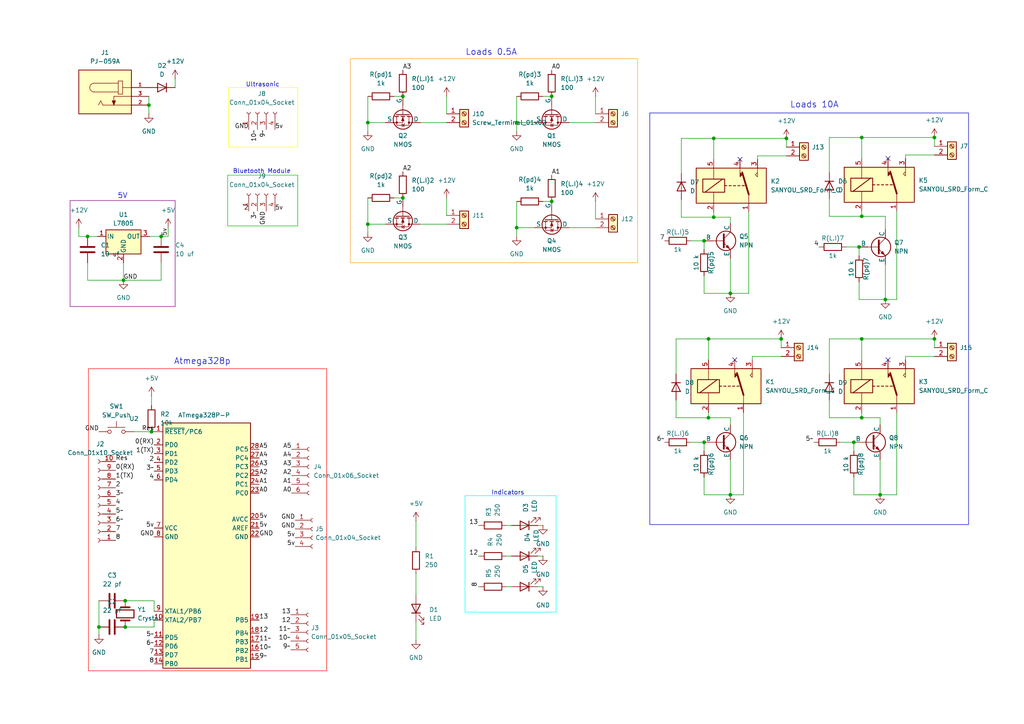
<source format=kicad_sch>
(kicad_sch (version 20231120) (generator "eeschema") (generator_version "8.0")
  (paper "A4")
  (junction (at 116.84 57.404))
  (junction (at 46.736 68.58))
  (junction (at 149.86 66.04))
  (junction (at 25.4 68.58))
  (junction (at 228.092 40.132))
  (junction (at 43.942 125.222))
  (junction (at 247.65 128.27))
  (junction (at 226.568 98.298))
  (junction (at 211.836 85.09))
  (junction (at 160.02 58.42))
  (junction (at 204.216 128.27))
  (junction (at 36.322 174.244))
  (junction (at 271.018 98.298))
  (junction (at 106.68 35.56))
  (junction (at 116.84 27.94))
  (junction (at 204.216 69.85))
  (junction (at 255.27 143.51))
  (junction (at 249.174 71.628))
  (junction (at 207.01 62.992))
  (junction (at 43.18 30.48))
  (junction (at 271.018 39.878))
  (junction (at 207.01 40.132))
  (junction (at 249.936 39.878))
  (junction (at 36.322 181.864))
  (junction (at 205.486 98.298))
  (junction (at 35.814 81.28))
  (junction (at 249.936 98.298))
  (junction (at 249.936 62.738))
  (junction (at 211.836 143.51))
  (junction (at 160.02 27.94))
  (junction (at 28.702 181.864))
  (junction (at 249.936 121.158))
  (junction (at 149.86 35.56))
  (junction (at 256.794 86.868))
  (junction (at 106.68 65.024))
  (junction (at 205.486 121.158))
  (no_connect (at 214.63 46.228))
  (no_connect (at 213.106 104.394))
  (no_connect (at 257.556 45.974))
  (no_connect (at 257.556 104.394))
  (wire (pts (xy 249.936 121.158) (xy 249.936 119.634)))
  (wire (pts (xy 106.68 57.404) (xy 106.68 65.024)))
  (wire (pts (xy 106.68 35.56) (xy 106.68 38.1)))
  (wire (pts (xy 46.736 68.58) (xy 48.768 68.58)))
  (wire (pts (xy 207.01 40.132) (xy 207.01 46.228)))
  (wire (pts (xy 205.486 121.158) (xy 205.486 119.634)))
  (wire (pts (xy 43.18 30.48) (xy 43.18 33.02)))
  (wire (pts (xy 249.936 62.738) (xy 256.794 62.738)))
  (wire (pts (xy 240.538 121.158) (xy 249.936 121.158)))
  (wire (pts (xy 211.836 143.51) (xy 215.646 143.51)))
  (wire (pts (xy 240.538 62.738) (xy 240.538 57.658)))
  (wire (pts (xy 121.92 65.024) (xy 129.54 65.024)))
  (wire (pts (xy 255.27 133.35) (xy 255.27 143.51)))
  (wire (pts (xy 271.018 98.298) (xy 271.018 100.838)))
  (wire (pts (xy 106.68 27.94) (xy 106.68 35.56)))
  (wire (pts (xy 256.794 76.708) (xy 256.794 86.868)))
  (wire (pts (xy 207.01 62.992) (xy 207.01 61.468)))
  (wire (pts (xy 106.68 35.56) (xy 111.76 35.56)))
  (wire (pts (xy 249.174 74.168) (xy 249.174 71.628)))
  (wire (pts (xy 256.794 86.868) (xy 260.096 86.868)))
  (wire (pts (xy 43.18 27.94) (xy 43.18 30.48)))
  (wire (pts (xy 196.088 121.158) (xy 205.486 121.158)))
  (wire (pts (xy 155.956 161.29) (xy 157.48 161.29)))
  (wire (pts (xy 149.86 66.04) (xy 149.86 68.58)))
  (wire (pts (xy 149.86 27.94) (xy 149.86 35.56)))
  (wire (pts (xy 207.01 62.992) (xy 211.836 62.992)))
  (wire (pts (xy 215.646 119.634) (xy 215.646 143.51)))
  (wire (pts (xy 48.768 66.04) (xy 48.768 68.58)))
  (wire (pts (xy 211.836 85.09) (xy 217.17 85.09)))
  (wire (pts (xy 262.636 44.958) (xy 262.636 45.974)))
  (wire (pts (xy 218.186 103.378) (xy 226.568 103.378)))
  (wire (pts (xy 196.088 98.298) (xy 196.088 108.458)))
  (wire (pts (xy 197.612 62.992) (xy 197.612 57.912)))
  (wire (pts (xy 28.702 181.864) (xy 28.702 184.15)))
  (wire (pts (xy 249.936 62.738) (xy 249.936 61.214)))
  (wire (pts (xy 106.68 65.024) (xy 111.76 65.024)))
  (wire (pts (xy 120.65 180.34) (xy 120.65 185.674)))
  (wire (pts (xy 237.49 71.628) (xy 237.744 71.628)))
  (wire (pts (xy 28.702 174.244) (xy 28.702 181.864)))
  (wire (pts (xy 146.812 170.18) (xy 148.336 170.18)))
  (wire (pts (xy 204.216 72.39) (xy 204.216 69.85)))
  (wire (pts (xy 114.3 57.404) (xy 116.84 57.404)))
  (wire (pts (xy 249.936 39.878) (xy 249.936 45.974)))
  (wire (pts (xy 35.814 76.2) (xy 35.814 81.28)))
  (wire (pts (xy 50.8 22.86) (xy 50.8 25.4)))
  (wire (pts (xy 200.406 69.85) (xy 204.216 69.85)))
  (wire (pts (xy 271.018 39.878) (xy 271.018 42.418)))
  (wire (pts (xy 165.1 35.56) (xy 172.72 35.56)))
  (wire (pts (xy 120.65 166.37) (xy 120.65 172.72)))
  (wire (pts (xy 204.216 143.51) (xy 211.836 143.51)))
  (wire (pts (xy 120.65 151.13) (xy 120.65 158.75)))
  (wire (pts (xy 249.936 39.878) (xy 271.018 39.878)))
  (wire (pts (xy 255.27 121.158) (xy 255.27 123.19)))
  (wire (pts (xy 247.65 130.81) (xy 247.65 128.27)))
  (wire (pts (xy 43.434 68.58) (xy 46.736 68.58)))
  (wire (pts (xy 35.814 81.28) (xy 46.736 81.28)))
  (wire (pts (xy 262.636 103.378) (xy 262.636 104.394)))
  (wire (pts (xy 155.956 170.18) (xy 157.48 170.18)))
  (wire (pts (xy 240.538 98.298) (xy 249.936 98.298)))
  (wire (pts (xy 260.096 119.634) (xy 260.096 143.51)))
  (wire (pts (xy 149.86 35.56) (xy 149.86 38.1)))
  (wire (pts (xy 204.216 138.43) (xy 204.216 143.51)))
  (wire (pts (xy 205.486 98.298) (xy 226.568 98.298)))
  (wire (pts (xy 240.538 62.738) (xy 249.936 62.738)))
  (wire (pts (xy 245.364 71.628) (xy 249.174 71.628)))
  (wire (pts (xy 22.86 66.04) (xy 22.86 68.58)))
  (wire (pts (xy 43.942 114.808) (xy 43.942 117.602)))
  (wire (pts (xy 200.406 128.27) (xy 204.216 128.27)))
  (wire (pts (xy 196.088 98.298) (xy 205.486 98.298)))
  (wire (pts (xy 172.72 27.94) (xy 172.72 33.02)))
  (wire (pts (xy 218.186 103.378) (xy 218.186 104.394)))
  (wire (pts (xy 106.68 65.024) (xy 106.68 67.564)))
  (wire (pts (xy 44.704 125.222) (xy 43.942 125.222)))
  (wire (pts (xy 149.86 58.42) (xy 149.86 66.04)))
  (wire (pts (xy 249.936 98.298) (xy 271.018 98.298)))
  (wire (pts (xy 249.936 121.158) (xy 255.27 121.158)))
  (wire (pts (xy 138.684 152.4) (xy 139.192 152.4)))
  (wire (pts (xy 207.01 40.132) (xy 228.092 40.132)))
  (wire (pts (xy 256.794 62.738) (xy 256.794 66.548)))
  (wire (pts (xy 228.092 40.132) (xy 228.092 42.672)))
  (wire (pts (xy 247.65 138.43) (xy 247.65 143.51)))
  (wire (pts (xy 165.1 66.04) (xy 172.72 66.04)))
  (wire (pts (xy 249.174 86.868) (xy 256.794 86.868)))
  (wire (pts (xy 129.54 57.404) (xy 129.54 62.484)))
  (wire (pts (xy 204.216 85.09) (xy 211.836 85.09)))
  (wire (pts (xy 262.636 103.378) (xy 271.018 103.378)))
  (wire (pts (xy 249.174 81.788) (xy 249.174 86.868)))
  (wire (pts (xy 240.538 98.298) (xy 240.538 108.458)))
  (wire (pts (xy 121.92 35.56) (xy 129.54 35.56)))
  (wire (pts (xy 204.216 80.01) (xy 204.216 85.09)))
  (wire (pts (xy 25.4 81.28) (xy 35.814 81.28)))
  (wire (pts (xy 219.71 45.212) (xy 219.71 46.228)))
  (wire (pts (xy 44.704 174.244) (xy 44.704 177.292)))
  (wire (pts (xy 217.17 61.468) (xy 217.17 85.09)))
  (wire (pts (xy 226.568 98.298) (xy 226.568 100.838)))
  (wire (pts (xy 146.812 161.29) (xy 148.336 161.29)))
  (wire (pts (xy 36.322 174.244) (xy 44.704 174.244)))
  (wire (pts (xy 196.088 121.158) (xy 196.088 116.078)))
  (wire (pts (xy 255.27 143.51) (xy 260.096 143.51)))
  (wire (pts (xy 260.096 61.214) (xy 260.096 86.868)))
  (wire (pts (xy 149.86 35.56) (xy 154.94 35.56)))
  (wire (pts (xy 172.72 58.42) (xy 172.72 63.5)))
  (wire (pts (xy 44.704 179.832) (xy 44.704 181.864)))
  (wire (pts (xy 240.538 39.878) (xy 240.538 50.038)))
  (wire (pts (xy 197.612 40.132) (xy 197.612 50.292)))
  (wire (pts (xy 219.71 45.212) (xy 228.092 45.212)))
  (wire (pts (xy 235.966 128.27) (xy 236.22 128.27)))
  (wire (pts (xy 157.48 58.42) (xy 160.02 58.42)))
  (wire (pts (xy 197.612 40.132) (xy 207.01 40.132)))
  (wire (pts (xy 205.486 121.158) (xy 211.836 121.158)))
  (wire (pts (xy 22.86 68.58) (xy 25.4 68.58)))
  (wire (pts (xy 211.836 121.158) (xy 211.836 123.19)))
  (wire (pts (xy 211.836 133.35) (xy 211.836 143.51)))
  (wire (pts (xy 46.736 76.2) (xy 46.736 81.28)))
  (wire (pts (xy 197.612 62.992) (xy 207.01 62.992)))
  (wire (pts (xy 138.684 170.18) (xy 139.192 170.18)))
  (wire (pts (xy 25.4 68.58) (xy 28.194 68.58)))
  (wire (pts (xy 211.836 62.992) (xy 211.836 64.77)))
  (wire (pts (xy 240.538 121.158) (xy 240.538 116.078)))
  (wire (pts (xy 149.86 66.04) (xy 154.94 66.04)))
  (wire (pts (xy 155.956 152.4) (xy 157.48 152.4)))
  (wire (pts (xy 247.65 143.51) (xy 255.27 143.51)))
  (wire (pts (xy 240.538 39.878) (xy 249.936 39.878)))
  (wire (pts (xy 38.862 125.222) (xy 43.942 125.222)))
  (wire (pts (xy 138.684 161.29) (xy 139.192 161.29)))
  (wire (pts (xy 36.322 181.864) (xy 44.704 181.864)))
  (wire (pts (xy 114.3 27.94) (xy 116.84 27.94)))
  (wire (pts (xy 249.936 98.298) (xy 249.936 104.394)))
  (wire (pts (xy 157.48 27.94) (xy 160.02 27.94)))
  (wire (pts (xy 205.486 98.298) (xy 205.486 104.394)))
  (wire (pts (xy 262.636 44.958) (xy 271.018 44.958)))
  (wire (pts (xy 243.84 128.27) (xy 247.65 128.27)))
  (wire (pts (xy 204.216 130.81) (xy 204.216 128.27)))
  (wire (pts (xy 25.4 76.2) (xy 25.4 81.28)))
  (wire (pts (xy 211.836 74.93) (xy 211.836 85.09)))
  (wire (pts (xy 129.54 27.94) (xy 129.54 33.02)))
  (wire (pts (xy 146.812 152.4) (xy 148.336 152.4)))
  (rectangle (start 20.32 58.166) (end 50.8 88.9) (stroke (width 0) (color 132 0 132 1)))
  (rectangle (start 134.874 143.764) (end 161.29 177.546) (stroke (width 0) (color 0 255 255 1)))
  (rectangle (start 66.294 25.4) (end 86.36 42.672) (stroke (width 0) (color 255 255 0 1)))
  (rectangle (start 101.6 17.018) (end 184.912 76.2) (stroke (width 0) (color 255 162 35 1)))
  (rectangle (start 25.654 106.934) (end 94.742 194.564) (stroke (width 0) (color 255 0 0 1)))
  (rectangle (start 66.04 50.8) (end 86.36 65.532) (stroke (width 0) (color 0 194 0 1)))
  (rectangle (start 86.36 52.324) (end 86.36 52.324))
  (rectangle (start 188.468 32.766) (end 280.924 152.146))
  (text "Atmega328p" (at 58.674 104.902 0) (effects (font (size 1.778 1.778))))
  (text "Bluetooth Module\n" (at 75.946 49.784 0) (effects (font (size 1.27 1.27))))
  (text "Indicators" (at 147.32 143.002 0) (effects (font (size 1.27 1.27))))
  (text "Loads 0.5A" (at 142.494 15.24 0) (effects (font (size 1.778 1.778))))
  (text "Ultrasonic" (at 76.2 24.638 0) (effects (font (size 1.27 1.27))))
  (text "5V" (at 35.56 56.896 0) (effects (font (size 1.524 1.524))))
  (text "Loads 10A" (at 236.22 30.48 0) (effects (font (size 1.778 1.778))))
  (label "13" (at 84.328 178.308 180))
  (label "11~" (at 84.328 183.388 180))
  (label "1(TX)" (at 33.528 138.938 0))
  (label "12" (at 138.684 161.29 180))
  (label "A3" (at 84.582 135.382 180))
  (label "12" (at 75.184 183.642 0))
  (label "2" (at 72.136 61.214 180))
  (label "5~" (at 44.704 184.912 180))
  (label "3~" (at 44.704 136.652 180))
  (label "0(RX)" (at 33.528 136.398 0))
  (label "A3" (at 75.184 135.382 0))
  (label "Res" (at 44.704 125.222 180))
  (label "GND" (at 44.704 155.702 180))
  (label "9~" (at 77.216 37.592 270))
  (label "7" (at 44.704 189.992 180))
  (label "8" (at 138.684 170.18 90))
  (label "7" (at 33.528 154.178 0))
  (label "4" (at 33.528 146.558 0))
  (label "A1" (at 75.184 140.462 0))
  (label "5v" (at 75.184 150.622 0))
  (label "GND" (at 28.702 125.222 180))
  (label "GND" (at 35.814 81.28 0))
  (label "GND" (at 85.598 153.416 180))
  (label "5v" (at 85.598 158.496 180))
  (label "0(RX)" (at 44.704 129.032 180))
  (label "7" (at 192.786 69.85 180))
  (label "5v" (at 79.756 37.592 0))
  (label "4" (at 237.49 71.628 180))
  (label "10~" (at 74.676 37.592 270))
  (label "13" (at 75.184 179.832 0))
  (label "A0" (at 84.582 143.002 180))
  (label "A0" (at 75.184 143.002 0))
  (label "6~" (at 192.786 128.27 180))
  (label "11~" (at 75.184 186.182 0))
  (label "6~" (at 44.704 187.452 180))
  (label "2" (at 44.704 134.112 180))
  (label "A5" (at 84.582 130.302 180))
  (label "10~" (at 84.328 185.928 180))
  (label "3~" (at 33.528 144.018 0))
  (label "GND" (at 77.216 61.214 270))
  (label "1(TX)" (at 44.704 131.572 180))
  (label "A2" (at 116.84 49.784 0))
  (label "5v" (at 79.756 61.214 0))
  (label "5~" (at 33.528 149.098 0))
  (label "5~" (at 235.966 128.27 180))
  (label "5v" (at 85.598 155.956 180))
  (label "A0" (at 160.02 20.32 0))
  (label "5v" (at 48.768 66.04 270))
  (label "Res" (at 33.528 133.858 0))
  (label "2" (at 33.528 141.478 0))
  (label "A1" (at 84.582 140.462 180))
  (label "A2" (at 84.582 137.922 180))
  (label "10~" (at 75.184 188.722 0))
  (label "A4" (at 84.582 132.842 180))
  (label "5v" (at 75.184 153.162 0))
  (label "12" (at 84.328 180.848 180))
  (label "8" (at 33.528 156.718 0))
  (label "8" (at 44.704 192.532 180))
  (label "A1" (at 160.02 50.8 0))
  (label "A2" (at 75.184 137.922 0))
  (label "9~" (at 75.184 191.262 0))
  (label "3~" (at 74.676 61.214 270))
  (label "GND" (at 75.184 155.702 0))
  (label "6~" (at 33.528 151.638 0))
  (label "A5" (at 75.184 130.302 0))
  (label "4" (at 44.704 139.192 180))
  (label "GND" (at 85.598 150.876 180))
  (label "9~" (at 84.328 188.468 180))
  (label "13" (at 138.684 152.4 180))
  (label "A3" (at 116.84 20.32 0))
  (label "GND" (at 72.136 37.592 180))
  (label "A4" (at 75.184 132.842 0))
  (label "5v" (at 44.704 153.162 180))
  (symbol (lib_id "power:GND") (at 43.18 33.02 0) (unit 1)
    (property "Reference" "#PWR03" (effects (hide yes)))
    (property "Value" "GND" (at 43.18 38.1 0))
    (property "Description" "Power symbol creates a global label with name \"GND\" , ground" (effects (hide yes)))
  )
  (symbol (lib_id "Connector:Conn_01x10_Socket") (at 28.448 146.558 180) (unit 1)
    (property "Reference" "J2" (at 29.083 128.778 0))
    (property "Value" "Conn_01x10_Socket" (at 29.083 131.318 0))
    (property "Footprint" "Connector_PinSocket_2.54mm:PinSocket_1x10_P2.54mm_Vertical" (effects (hide yes)))
    (property "Description" "Generic connector, single row, 01x10, script generated" (effects (hide yes)))
  )
  (symbol (lib_id "Device:R") (at 120.65 162.56 0) (unit 1)
    (property "Reference" "R1" (at 123.19 161.2899 0) (effects (justify left)))
    (property "Value" "250" (at 123.19 163.8299 0) (effects (justify left)))
    (property "Footprint" "Resistor_THT:R_Axial_DIN0204_L3.6mm_D1.6mm_P5.08mm_Horizontal" (effects (hide yes)))
    (property "Description" "Resistor" (effects (hide yes)))
  )
  (symbol (lib_id "Connector:Screw_Terminal_01x02") (at 134.62 33.02 0) (unit 1)
    (property "Reference" "J10" (at 136.906 33.0199 0) (effects (justify left)))
    (property "Value" "Screw_Terminal_01x02" (at 136.906 35.5599 0) (effects (justify left)))
    (property "Footprint" "TerminalBlock_Phoenix:TerminalBlock_Phoenix_MKDS-1,5-2_1x02_P5.00mm_Horizontal" (effects (hide yes)))
    (property "Description" "Generic screw terminal, single row, 01x02, script generated (kicad-library-utils/schlib/autogen/connector/)" (effects (hide yes)))
  )
  (symbol (lib_id "Simulation_SPICE:NPN") (at 209.296 69.85 0) (unit 1)
    (property "Reference" "Q5" (at 214.376 68.5799 0) (effects (justify left)))
    (property "Value" "NPN" (at 214.376 71.1199 0) (effects (justify left)))
    (property "Footprint" "B3B-XH-A_LF__SN_:JST_B3B-XH-A_LF__SN_" (effects (hide yes)))
    (property "Datasheet" "https://ngspice.sourceforge.io/docs/ngspice-html-manual/manual.xhtml#cha_BJTs" (effects (hide yes)))
    (property "Description" "Bipolar transistor symbol for simulation only, substrate tied to the emitter" (effects (hide yes)))
    (property "Sim.Device" "NPN" (effects (hide yes)))
    (property "Sim.Type" "GUMMELPOON" (effects (hide yes)))
    (property "Sim.Pins" "1=C 2=B 3=E" (effects (hide yes)))
  )
  (symbol (lib_id "power:GND") (at 211.836 85.09 0) (unit 1)
    (property "Reference" "#PWR020" (effects (hide yes)))
    (property "Value" "GND" (at 211.836 90.17 0))
    (property "Description" "Power symbol creates a global label with name \"GND\" , ground" (effects (hide yes)))
  )
  (symbol (lib_id "Relay:SANYOU_SRD_Form_C") (at 210.566 112.014 0) (unit 1)
    (property "Reference" "K1" (at 221.996 110.7439 0) (effects (justify left)))
    (property "Value" "SANYOU_SRD_Form_C" (at 221.996 113.2839 0) (effects (justify left)))
    (property "Footprint" "Relay_THT:Relay_SPDT_SANYOU_SRD_Series_Form_C" (effects (hide yes)))
    (property "Datasheet" "http://www.sanyourelay.ca/public/products/pdf/SRD.pdf" (effects (hide yes)))
    (property "Description" "Sanyo SRD relay, Single Pole Miniature Power Relay," (effects (hide yes)))
  )
  (symbol (lib_id "power:+12V") (at 129.54 27.94 0) (unit 1)
    (property "Reference" "#PWR027" (effects (hide yes)))
    (property "Value" "+12V" (at 129.54 22.86 0))
    (property "Description" "Power symbol creates a global label with name \"+12V\"" (effects (hide yes)))
  )
  (symbol (lib_id "Device:R") (at 153.67 27.94 90) (unit 1)
    (property "Reference" "R(pd)3" (at 153.67 21.59 90))
    (property "Value" "1k" (at 153.67 24.13 90))
    (property "Footprint" "Resistor_THT:R_Axial_DIN0204_L3.6mm_D1.6mm_P5.08mm_Horizontal" (effects (hide yes)))
    (property "Description" "Resistor" (effects (hide yes)))
  )
  (symbol (lib_id "Device:R") (at 43.942 121.412 0) (unit 1)
    (property "Reference" "R2" (at 46.482 120.1419 0) (effects (justify left)))
    (property "Value" "10k" (at 46.482 122.6819 0) (effects (justify left)))
    (property "Footprint" "Resistor_THT:R_Axial_DIN0204_L3.6mm_D1.6mm_P7.62mm_Horizontal" (effects (hide yes)))
    (property "Description" "Resistor" (effects (hide yes)))
  )
  (symbol (lib_id "Device:R") (at 241.554 71.628 90) (unit 1)
    (property "Reference" "R(L.I)7" (at 241.554 69.088 90))
    (property "Value" "1k" (at 241.554 74.168 90))
    (property "Footprint" "Resistor_THT:R_Axial_DIN0204_L3.6mm_D1.6mm_P5.08mm_Horizontal" (effects (hide yes)))
    (property "Description" "Resistor" (effects (hide yes)))
  )
  (symbol (lib_id "Device:LED") (at 152.146 152.4 180) (unit 1)
    (property "Reference" "D3" (at 152.4634 148.59 90) (effects (justify right)))
    (property "Value" "LED" (at 155.0034 148.59 90) (effects (justify right)))
    (property "Footprint" "LED_THT:LED_D3.0mm" (effects (hide yes)))
    (property "Description" "Light emitting diode" (effects (hide yes)))
  )
  (symbol (lib_id "power:+12V") (at 129.54 57.404 0) (unit 1)
    (property "Reference" "#PWR025" (effects (hide yes)))
    (property "Value" "+12V" (at 129.54 52.324 0))
    (property "Description" "Power symbol creates a global label with name \"+12V\"" (effects (hide yes)))
  )
  (symbol (lib_id "Device:C") (at 32.512 174.244 90) (unit 1)
    (property "Reference" "C3" (at 32.512 166.878 90))
    (property "Value" "22 pf" (at 32.512 169.418 90))
    (property "Footprint" "Capacitor_THT:C_Disc_D3.0mm_W1.6mm_P2.50mm" (effects (hide yes)))
    (property "Description" "Unpolarized capacitor" (effects (hide yes)))
  )
  (symbol (lib_id "MCU_Microchip_ATmega:ATmega328P-P") (at 59.944 158.242 0) (unit 1)
    (property "Reference" "U2" (at 38.862 121.4434 0))
    (property "Value" "ATmega328P-P" (at 59.182 120.396 0))
    (property "Footprint" "Package_DIP:DIP-28_W7.62mm" (effects (hide yes)))
    (property "Datasheet" "http://ww1.microchip.com/downloads/en/DeviceDoc/ATmega328_P%20AVR%20MCU%20with%20picoPower%20Technology%20Data%20Sheet%2040001984A.pdf" (effects (hide yes)))
    (property "Description" "20MHz, 32kB Flash, 2kB SRAM, 1kB EEPROM, DIP-28" (effects (hide yes)))
  )
  (symbol (lib_id "Device:R") (at 196.596 69.85 90) (unit 1)
    (property "Reference" "R(L.I)5" (at 196.596 67.31 90))
    (property "Value" "1k" (at 196.596 72.39 90))
    (property "Footprint" "Resistor_THT:R_Axial_DIN0204_L3.6mm_D1.6mm_P5.08mm_Horizontal" (effects (hide yes)))
    (property "Description" "Resistor" (effects (hide yes)))
  )
  (symbol (lib_id "Device:D") (at 240.538 112.268 270) (unit 1)
    (property "Reference" "D9" (at 243.078 110.9979 90) (effects (justify left)))
    (property "Value" "D" (at 243.078 113.5379 90) (effects (justify left)))
    (property "Footprint" "Diode_THT:D_DO-34_SOD68_P7.62mm_Horizontal" (effects (hide yes)))
    (property "Description" "Diode" (effects (hide yes)))
    (property "Sim.Device" "D" (effects (hide yes)))
    (property "Sim.Pins" "1=K 2=A" (effects (hide yes)))
  )
  (symbol (lib_id "Device:Crystal") (at 36.322 178.054 90) (unit 1)
    (property "Reference" "Y1" (at 39.878 176.7839 90) (effects (justify right)))
    (property "Value" "Crystal" (at 39.878 179.3239 90) (effects (justify right)))
    (property "Footprint" "Crystal:Crystal_HC52-6mm_Vertical" (effects (hide yes)))
    (property "Description" "Two pin crystal" (effects (hide yes)))
  )
  (symbol (lib_id "Connector:Screw_Terminal_01x02") (at 276.098 100.838 0) (unit 1)
    (property "Reference" "J15" (at 278.384 100.8379 0) (effects (justify left)))
    (property "Value" "Screw_Terminal_01x02" (effects (hide yes)))
    (property "Footprint" "TerminalBlock_Phoenix:TerminalBlock_Phoenix_MKDS-1,5-2_1x02_P5.00mm_Horizontal" (effects (hide yes)))
    (property "Description" "Generic screw terminal, single row, 01x02, script generated (kicad-library-utils/schlib/autogen/connector/)" (effects (hide yes)))
  )
  (symbol (lib_id "Relay:SANYOU_SRD_Form_C") (at 212.09 53.848 0) (unit 1)
    (property "Reference" "K2" (at 223.52 52.5779 0) (effects (justify left)))
    (property "Value" "SANYOU_SRD_Form_C" (at 223.52 55.1179 0) (effects (justify left)))
    (property "Footprint" "Relay_THT:Relay_SPDT_SANYOU_SRD_Series_Form_C" (effects (hide yes)))
    (property "Datasheet" "http://www.sanyourelay.ca/public/products/pdf/SRD.pdf" (effects (hide yes)))
    (property "Description" "Sanyo SRD relay, Single Pole Miniature Power Relay," (effects (hide yes)))
  )
  (symbol (lib_id "Device:R") (at 153.67 58.42 90) (unit 1)
    (property "Reference" "R(pd)4" (at 153.67 52.07 90))
    (property "Value" "1k" (at 153.67 54.61 90))
    (property "Footprint" "Resistor_THT:R_Axial_DIN0204_L3.6mm_D1.6mm_P5.08mm_Horizontal" (effects (hide yes)))
    (property "Description" "Resistor" (effects (hide yes)))
  )
  (symbol (lib_id "Device:C") (at 32.512 181.864 90) (unit 1)
    (property "Reference" "C2" (at 32.512 174.498 90))
    (property "Value" "22 pf" (at 32.512 177.038 90))
    (property "Footprint" "Capacitor_THT:C_Disc_D3.0mm_W1.6mm_P2.50mm" (effects (hide yes)))
    (property "Description" "Unpolarized capacitor" (effects (hide yes)))
  )
  (symbol (lib_id "power:GND") (at 255.27 143.51 0) (unit 1)
    (property "Reference" "#PWR016" (effects (hide yes)))
    (property "Value" "GND" (at 255.27 148.59 0))
    (property "Description" "Power symbol creates a global label with name \"GND\" , ground" (effects (hide yes)))
  )
  (symbol (lib_id "PJ-059A:PJ-059A") (at 30.48 25.4 0) (unit 1)
    (property "Reference" "J1" (at 30.48 15.24 0))
    (property "Value" "PJ-059A" (at 30.48 17.78 0))
    (property "Footprint" "PJ-059A:CUI_PJ-059A" (effects (hide yes)))
    (property "DigiKey_Part_Number" "CP-059A-ND" (effects (hide yes)))
    (property "SnapEDA_Link" "https://www.snapeda.com/parts/PJ-059A/Same+Sky/view-part/?ref=snap" (effects (hide yes)))
    (property "MAXIMUM_PACKAGE_HEIGHT" "11.5mm" (effects (hide yes)))
    (property "Package" "None" (effects (hide yes)))
    (property "Check_prices" "https://www.snapeda.com/parts/PJ-059A/Same+Sky/view-part/?ref=eda" (effects (hide yes)))
    (property "STANDARD" "Manufacturer Recommendations" (effects (hide yes)))
    (property "PARTREV" "1.04" (effects (hide yes)))
    (property "MF" "Same Sky" (effects (hide yes)))
    (property "MP" "PJ-059A" (effects (hide yes)))
    (property "Description_1" "\n                        \n                            2.0 x 5.7 mm, 2.5 A, Horizontal, Through Hole, Tapered Pins, Locking Type, Dc Power Jack Connector\n                        \n" (effects (hide yes)))
    (property "MANUFACTURER" "CUI Devices" (effects (hide yes)))
  )
  (symbol (lib_id "Device:D") (at 197.612 54.102 270) (unit 1)
    (property "Reference" "D7" (at 200.152 52.8319 90) (effects (justify left)))
    (property "Value" "D" (at 200.152 55.3719 90) (effects (justify left)))
    (property "Footprint" "Diode_THT:D_DO-34_SOD68_P7.62mm_Horizontal" (effects (hide yes)))
    (property "Description" "Diode" (effects (hide yes)))
    (property "Sim.Device" "D" (effects (hide yes)))
    (property "Sim.Pins" "1=K 2=A" (effects (hide yes)))
  )
  (symbol (lib_id "Device:R") (at 116.84 24.13 180) (unit 1)
    (property "Reference" "R(L.I)1" (at 119.38 22.8599 0) (effects (justify right)))
    (property "Value" "100" (at 119.38 25.3999 0) (effects (justify right)))
    (property "Footprint" "Resistor_THT:R_Axial_DIN0204_L3.6mm_D1.6mm_P5.08mm_Horizontal" (effects (hide yes)))
    (property "Description" "Resistor" (effects (hide yes)))
  )
  (symbol (lib_id "Connector:Screw_Terminal_01x02") (at 177.8 63.5 0) (unit 1)
    (property "Reference" "J12" (at 180.086 63.4999 0) (effects (justify left)))
    (property "Value" "Screw_Terminal_01x02" (effects (hide yes)))
    (property "Footprint" "TerminalBlock_Phoenix:TerminalBlock_Phoenix_MKDS-1,5-2_1x02_P5.00mm_Horizontal" (effects (hide yes)))
    (property "Description" "Generic screw terminal, single row, 01x02, script generated (kicad-library-utils/schlib/autogen/connector/)" (effects (hide yes)))
  )
  (symbol (lib_id "Device:R") (at 249.174 77.978 180) (unit 1)
    (property "Reference" "R(pd)7" (at 251.206 77.978 90))
    (property "Value" "10 k" (at 246.888 77.978 90))
    (property "Footprint" "Resistor_THT:R_Axial_DIN0204_L3.6mm_D1.6mm_P5.08mm_Horizontal" (effects (hide yes)))
    (property "Description" "Resistor" (effects (hide yes)))
  )
  (symbol (lib_id "Connector:Conn_01x05_Socket") (at 89.408 183.388 0) (unit 1)
    (property "Reference" "J3" (at 90.17 182.1179 0) (effects (justify left)))
    (property "Value" "Conn_01x05_Socket" (at 90.17 184.6579 0) (effects (justify left)))
    (property "Footprint" "Connector_PinSocket_2.54mm:PinSocket_1x05_P2.54mm_Vertical" (effects (hide yes)))
    (property "Description" "Generic connector, single row, 01x05, script generated" (effects (hide yes)))
  )
  (symbol (lib_id "Device:R") (at 143.002 152.4 90) (unit 1)
    (property "Reference" "R3" (at 141.7319 149.86 0) (effects (justify left)))
    (property "Value" "250" (at 144.2719 149.86 0) (effects (justify left)))
    (property "Footprint" "Resistor_THT:R_Axial_DIN0204_L3.6mm_D1.6mm_P5.08mm_Horizontal" (effects (hide yes)))
    (property "Description" "Resistor" (effects (hide yes)))
  )
  (symbol (lib_id "power:GND") (at 106.68 38.1 0) (unit 1)
    (property "Reference" "#PWR026" (effects (hide yes)))
    (property "Value" "GND" (at 106.68 43.18 0))
    (property "Description" "Power symbol creates a global label with name \"GND\" , ground" (effects (hide yes)))
  )
  (symbol (lib_id "Device:R") (at 204.216 134.62 180) (unit 1)
    (property "Reference" "R(pd)6" (at 206.248 134.62 90))
    (property "Value" "10 k" (at 201.93 134.62 90))
    (property "Footprint" "Resistor_THT:R_Axial_DIN0204_L3.6mm_D1.6mm_P5.08mm_Horizontal" (effects (hide yes)))
    (property "Description" "Resistor" (effects (hide yes)))
  )
  (symbol (lib_id "Simulation_SPICE:NMOS") (at 116.84 62.484 270) (unit 1)
    (property "Reference" "Q3" (at 116.84 68.834 90))
    (property "Value" "NMOS" (at 116.84 71.374 90))
    (property "Footprint" "B3B-XH-A_LF__SN_:JST_B3B-XH-A_LF__SN_" (effects (hide yes)))
    (property "Datasheet" "https://ngspice.sourceforge.io/docs/ngspice-html-manual/manual.xhtml#cha_MOSFETs" (effects (hide yes)))
    (property "Description" "N-MOSFET transistor, drain/source/gate" (effects (hide yes)))
    (property "Sim.Device" "NMOS" (effects (hide yes)))
    (property "Sim.Type" "VDMOS" (effects (hide yes)))
    (property "Sim.Pins" "1=D 2=G 3=S" (effects (hide yes)))
  )
  (symbol (lib_id "Relay:SANYOU_SRD_Form_C") (at 255.016 112.014 0) (unit 1)
    (property "Reference" "K3" (at 266.446 110.7439 0) (effects (justify left)))
    (property "Value" "SANYOU_SRD_Form_C" (at 266.446 113.2839 0) (effects (justify left)))
    (property "Footprint" "Relay_THT:Relay_SPDT_SANYOU_SRD_Series_Form_C" (effects (hide yes)))
    (property "Datasheet" "http://www.sanyourelay.ca/public/products/pdf/SRD.pdf" (effects (hide yes)))
    (property "Description" "Sanyo SRD relay, Single Pole Miniature Power Relay," (effects (hide yes)))
  )
  (symbol (lib_id "power:+5V") (at 120.65 151.13 0) (unit 1)
    (property "Reference" "#PWR01" (effects (hide yes)))
    (property "Value" "+5V" (at 120.65 146.05 0))
    (property "Description" "Power symbol creates a global label with name \"+5V\"" (effects (hide yes)))
  )
  (symbol (lib_id "Connector:Screw_Terminal_01x02") (at 134.62 62.484 0) (unit 1)
    (property "Reference" "J11" (at 136.906 62.4839 0) (effects (justify left)))
    (property "Value" "Screw_Terminal_01x02" (effects (hide yes)))
    (property "Footprint" "TerminalBlock_Phoenix:TerminalBlock_Phoenix_MKDS-1,5-2_1x02_P5.00mm_Horizontal" (effects (hide yes)))
    (property "Description" "Generic screw terminal, single row, 01x02, script generated (kicad-library-utils/schlib/autogen/connector/)" (effects (hide yes)))
  )
  (symbol (lib_id "power:+5V") (at 43.942 114.808 0) (unit 1)
    (property "Reference" "#PWR07" (effects (hide yes)))
    (property "Value" "+5V" (at 43.942 109.728 0))
    (property "Description" "Power symbol creates a global label with name \"+5V\"" (effects (hide yes)))
  )
  (symbol (lib_id "Device:D") (at 196.088 112.268 270) (unit 1)
    (property "Reference" "D8" (at 198.628 110.9979 90) (effects (justify left)))
    (property "Value" "D" (at 198.628 113.5379 90) (effects (justify left)))
    (property "Footprint" "Diode_THT:D_DO-34_SOD68_P7.62mm_Horizontal" (effects (hide yes)))
    (property "Description" "Diode" (effects (hide yes)))
    (property "Sim.Device" "D" (effects (hide yes)))
    (property "Sim.Pins" "1=K 2=A" (effects (hide yes)))
  )
  (symbol (lib_id "power:+12V") (at 22.86 66.04 0) (unit 1)
    (property "Reference" "#PWR08" (effects (hide yes)))
    (property "Value" "+12V" (at 22.86 60.96 0))
    (property "Description" "Power symbol creates a global label with name \"+12V\"" (effects (hide yes)))
  )
  (symbol (lib_id "power:GND") (at 120.65 185.674 0) (unit 1)
    (property "Reference" "#PWR02" (effects (hide yes)))
    (property "Value" "GND" (at 120.65 190.754 0))
    (property "Description" "Power symbol creates a global label with name \"GND\" , ground" (effects (hide yes)))
  )
  (symbol (lib_id "power:+12V") (at 228.092 40.132 0) (unit 1)
    (property "Reference" "#PWR021" (effects (hide yes)))
    (property "Value" "+12V" (at 228.092 35.052 0))
    (property "Description" "Power symbol creates a global label with name \"+12V\"" (effects (hide yes)))
  )
  (symbol (lib_id "power:GND") (at 149.86 38.1 0) (unit 1)
    (property "Reference" "#PWR06" (effects (hide yes)))
    (property "Value" "GND" (at 149.86 43.18 0))
    (property "Description" "Power symbol creates a global label with name \"GND\" , ground" (effects (hide yes)))
  )
  (symbol (lib_id "Connector:Conn_01x04_Socket") (at 74.676 56.134 90) (unit 1)
    (property "Reference" "J9" (at 75.946 51.054 90))
    (property "Value" "Conn_01x04_Socket" (at 75.946 53.594 90))
    (property "Footprint" "Connector_PinSocket_2.54mm:PinSocket_1x04_P2.54mm_Vertical" (effects (hide yes)))
    (property "Description" "Generic connector, single row, 01x04, script generated" (effects (hide yes)))
  )
  (symbol (lib_id "Relay:SANYOU_SRD_Form_C") (at 255.016 53.594 0) (unit 1)
    (property "Reference" "K5" (at 266.446 52.3239 0) (effects (justify left)))
    (property "Value" "SANYOU_SRD_Form_C" (at 266.446 54.8639 0) (effects (justify left)))
    (property "Footprint" "Relay_THT:Relay_SPDT_SANYOU_SRD_Series_Form_C" (effects (hide yes)))
    (property "Datasheet" "http://www.sanyourelay.ca/public/products/pdf/SRD.pdf" (effects (hide yes)))
    (property "Description" "Sanyo SRD relay, Single Pole Miniature Power Relay," (effects (hide yes)))
  )
  (symbol (lib_id "Device:R") (at 160.02 24.13 180) (unit 1)
    (property "Reference" "R(L.I)3" (at 162.56 22.8599 0) (effects (justify right)))
    (property "Value" "100" (at 162.56 25.3999 0) (effects (justify right)))
    (property "Footprint" "Resistor_THT:R_Axial_DIN0204_L3.6mm_D1.6mm_P5.08mm_Horizontal" (effects (hide yes)))
    (property "Description" "Resistor" (effects (hide yes)))
  )
  (symbol (lib_id "Simulation_SPICE:NPN") (at 254.254 71.628 0) (unit 1)
    (property "Reference" "Q7" (at 259.334 70.3579 0) (effects (justify left)))
    (property "Value" "NPN" (at 259.334 72.8979 0) (effects (justify left)))
    (property "Footprint" "B3B-XH-A_LF__SN_:JST_B3B-XH-A_LF__SN_" (effects (hide yes)))
    (property "Datasheet" "https://ngspice.sourceforge.io/docs/ngspice-html-manual/manual.xhtml#cha_BJTs" (effects (hide yes)))
    (property "Description" "Bipolar transistor symbol for simulation only, substrate tied to the emitter" (effects (hide yes)))
    (property "Sim.Device" "NPN" (effects (hide yes)))
    (property "Sim.Type" "GUMMELPOON" (effects (hide yes)))
    (property "Sim.Pins" "1=C 2=B 3=E" (effects (hide yes)))
  )
  (symbol (lib_id "Simulation_SPICE:NMOS") (at 160.02 63.5 270) (unit 1)
    (property "Reference" "Q4" (at 160.02 69.85 90))
    (property "Value" "NMOS" (at 160.02 72.39 90))
    (property "Footprint" "B3B-XH-A_LF__SN_:JST_B3B-XH-A_LF__SN_" (effects (hide yes)))
    (property "Datasheet" "https://ngspice.sourceforge.io/docs/ngspice-html-manual/manual.xhtml#cha_MOSFETs" (effects (hide yes)))
    (property "Description" "N-MOSFET transistor, drain/source/gate" (effects (hide yes)))
    (property "Sim.Device" "NMOS" (effects (hide yes)))
    (property "Sim.Type" "VDMOS" (effects (hide yes)))
    (property "Sim.Pins" "1=D 2=G 3=S" (effects (hide yes)))
  )
  (symbol (lib_id "Device:R") (at 110.49 57.404 90) (unit 1)
    (property "Reference" "R(pd)2" (at 110.49 51.054 90))
    (property "Value" "1k" (at 110.49 53.594 90))
    (property "Footprint" "Resistor_THT:R_Axial_DIN0204_L3.6mm_D1.6mm_P5.08mm_Horizontal" (effects (hide yes)))
    (property "Description" "Resistor" (effects (hide yes)))
  )
  (symbol (lib_id "Connector:Screw_Terminal_01x02") (at 231.648 100.838 0) (unit 1)
    (property "Reference" "J14" (at 233.934 100.8379 0) (effects (justify left)))
    (property "Value" "Screw_Terminal_01x02" (effects (hide yes)))
    (property "Footprint" "TerminalBlock_Phoenix:TerminalBlock_Phoenix_MKDS-1,5-2_1x02_P5.00mm_Horizontal" (effects (hide yes)))
    (property "Description" "Generic screw terminal, single row, 01x02, script generated (kicad-library-utils/schlib/autogen/connector/)" (effects (hide yes)))
  )
  (symbol (lib_id "power:GND") (at 149.86 68.58 0) (unit 1)
    (property "Reference" "#PWR022" (effects (hide yes)))
    (property "Value" "GND" (at 149.86 73.66 0))
    (property "Description" "Power symbol creates a global label with name \"GND\" , ground" (effects (hide yes)))
  )
  (symbol (lib_id "power:+5V") (at 48.768 66.04 0) (unit 1)
    (property "Reference" "#PWR09" (effects (hide yes)))
    (property "Value" "+5V" (at 48.768 60.96 0))
    (property "Description" "Power symbol creates a global label with name \"+5V\"" (effects (hide yes)))
  )
  (symbol (lib_id "power:GND") (at 106.68 67.564 0) (unit 1)
    (property "Reference" "#PWR024" (effects (hide yes)))
    (property "Value" "GND" (at 106.68 72.644 0))
    (property "Description" "Power symbol creates a global label with name \"GND\" , ground" (effects (hide yes)))
  )
  (symbol (lib_id "Device:C") (at 25.4 72.39 0) (unit 1)
    (property "Reference" "C1" (at 29.21 71.1199 0) (effects (justify left)))
    (property "Value" "10 uf" (at 29.21 73.6599 0) (effects (justify left)))
    (property "Footprint" "Capacitor_THT:C_Radial_D4.0mm_H5.0mm_P1.50mm" (effects (hide yes)))
    (property "Description" "Unpolarized capacitor" (effects (hide yes)))
  )
  (symbol (lib_id "power:GND") (at 35.814 81.28 0) (unit 1)
    (property "Reference" "#PWR010" (effects (hide yes)))
    (property "Value" "GND" (at 35.814 86.36 0))
    (property "Description" "Power symbol creates a global label with name \"GND\" , ground" (effects (hide yes)))
  )
  (symbol (lib_id "power:GND") (at 28.702 184.15 0) (unit 1)
    (property "Reference" "#PWR028" (effects (hide yes)))
    (property "Value" "GND" (at 28.702 189.23 0))
    (property "Description" "Power symbol creates a global label with name \"GND\" , ground" (effects (hide yes)))
  )
  (symbol (lib_id "Connector:Conn_01x06_Socket") (at 89.662 135.382 0) (unit 1)
    (property "Reference" "J4" (at 90.932 135.3819 0) (effects (justify left)))
    (property "Value" "Conn_01x06_Socket" (at 90.932 137.9219 0) (effects (justify left)))
    (property "Footprint" "Connector_PinSocket_2.54mm:PinSocket_1x06_P2.54mm_Vertical" (effects (hide yes)))
    (property "Description" "Generic connector, single row, 01x06, script generated" (effects (hide yes)))
  )
  (symbol (lib_id "power:+12V") (at 172.72 58.42 0) (unit 1)
    (property "Reference" "#PWR023" (effects (hide yes)))
    (property "Value" "+12V" (at 172.72 53.34 0))
    (property "Description" "Power symbol creates a global label with name \"+12V\"" (effects (hide yes)))
  )
  (symbol (lib_id "Device:R") (at 196.596 128.27 90) (unit 1)
    (property "Reference" "R(L.I)6" (at 196.596 125.73 90))
    (property "Value" "1k" (at 196.596 130.81 90))
    (property "Footprint" "Resistor_THT:R_Axial_DIN0204_L3.6mm_D1.6mm_P5.08mm_Horizontal" (effects (hide yes)))
    (property "Description" "Resistor" (effects (hide yes)))
  )
  (symbol (lib_id "Regulator_Linear:L7805") (at 35.814 68.58 0) (unit 1)
    (property "Reference" "U1" (at 35.814 62.23 0))
    (property "Value" "L7805" (at 35.814 64.77 0))
    (property "Footprint" "Package_TO_SOT_THT:TO-220-3_Vertical" (effects (hide yes)))
    (property "Datasheet" "http://www.st.com/content/ccc/resource/technical/document/datasheet/41/4f/b3/b0/12/d4/47/88/CD00000444.pdf/files/CD00000444.pdf/jcr:content/translations/en.CD00000444.pdf" (effects (hide yes)))
    (property "Description" "Positive 1.5A 35V Linear Regulator, Fixed Output 5V, TO-220/TO-263/TO-252" (effects (hide yes)))
  )
  (symbol (lib_id "Connector:Screw_Terminal_01x02") (at 276.098 42.418 0) (unit 1)
    (property "Reference" "J7" (at 278.384 42.4179 0) (effects (justify left)))
    (property "Value" "Screw_Terminal_01x02" (effects (hide yes)))
    (property "Footprint" "TerminalBlock_Phoenix:TerminalBlock_Phoenix_MKDS-1,5-2_1x02_P5.00mm_Horizontal" (effects (hide yes)))
    (property "Description" "Generic screw terminal, single row, 01x02, script generated (kicad-library-utils/schlib/autogen/connector/)" (effects (hide yes)))
  )
  (symbol (lib_id "power:+12V") (at 271.018 39.878 0) (unit 1)
    (property "Reference" "#PWR011" (effects (hide yes)))
    (property "Value" "+12V" (at 271.018 34.798 0))
    (property "Description" "Power symbol creates a global label with name \"+12V\"" (effects (hide yes)))
  )
  (symbol (lib_id "Device:R") (at 110.49 27.94 90) (unit 1)
    (property "Reference" "R(pd)1" (at 110.49 21.59 90))
    (property "Value" "1k" (at 110.49 24.13 90))
    (property "Footprint" "Resistor_THT:R_Axial_DIN0204_L3.6mm_D1.6mm_P5.08mm_Horizontal" (effects (hide yes)))
    (property "Description" "Resistor" (effects (hide yes)))
  )
  (symbol (lib_id "Simulation_SPICE:NPN") (at 252.73 128.27 0) (unit 1)
    (property "Reference" "Q8" (at 257.81 126.9999 0) (effects (justify left)))
    (property "Value" "NPN" (at 257.81 129.5399 0) (effects (justify left)))
    (property "Footprint" "B3B-XH-A_LF__SN_:JST_B3B-XH-A_LF__SN_" (effects (hide yes)))
    (property "Datasheet" "https://ngspice.sourceforge.io/docs/ngspice-html-manual/manual.xhtml#cha_BJTs" (effects (hide yes)))
    (property "Description" "Bipolar transistor symbol for simulation only, substrate tied to the emitter" (effects (hide yes)))
    (property "Sim.Device" "NPN" (effects (hide yes)))
    (property "Sim.Type" "GUMMELPOON" (effects (hide yes)))
    (property "Sim.Pins" "1=C 2=B 3=E" (effects (hide yes)))
  )
  (symbol (lib_id "Connector:Conn_01x04_Socket") (at 90.678 153.416 0) (unit 1)
    (property "Reference" "J5" (at 91.44 153.4159 0) (effects (justify left)))
    (property "Value" "Conn_01x04_Socket" (at 91.44 155.9559 0) (effects (justify left)))
    (property "Footprint" "Connector_PinSocket_2.54mm:PinSocket_1x04_P2.54mm_Vertical" (effects (hide yes)))
    (property "Description" "Generic connector, single row, 01x04, script generated" (effects (hide yes)))
  )
  (symbol (lib_id "Simulation_SPICE:NPN") (at 209.296 128.27 0) (unit 1)
    (property "Reference" "Q6" (at 214.376 126.9999 0) (effects (justify left)))
    (property "Value" "NPN" (at 214.376 129.5399 0) (effects (justify left)))
    (property "Footprint" "B3B-XH-A_LF__SN_:JST_B3B-XH-A_LF__SN_" (effects (hide yes)))
    (property "Datasheet" "https://ngspice.sourceforge.io/docs/ngspice-html-manual/manual.xhtml#cha_BJTs" (effects (hide yes)))
    (property "Description" "Bipolar transistor symbol for simulation only, substrate tied to the emitter" (effects (hide yes)))
    (property "Sim.Device" "NPN" (effects (hide yes)))
    (property "Sim.Type" "GUMMELPOON" (effects (hide yes)))
    (property "Sim.Pins" "1=C 2=B 3=E" (effects (hide yes)))
  )
  (symbol (lib_id "Device:R") (at 160.02 54.61 180) (unit 1)
    (property "Reference" "R(L.I)4" (at 162.56 53.3399 0) (effects (justify right)))
    (property "Value" "100" (at 162.56 55.8799 0) (effects (justify right)))
    (property "Footprint" "Resistor_THT:R_Axial_DIN0204_L3.6mm_D1.6mm_P5.08mm_Horizontal" (effects (hide yes)))
    (property "Description" "Resistor" (effects (hide yes)))
  )
  (symbol (lib_id "power:+12V") (at 226.568 98.298 0) (unit 1)
    (property "Reference" "#PWR019" (effects (hide yes)))
    (property "Value" "+12V" (at 226.568 93.218 0))
    (property "Description" "Power symbol creates a global label with name \"+12V\"" (effects (hide yes)))
  )
  (symbol (lib_id "Device:C") (at 46.736 72.39 0) (unit 1)
    (property "Reference" "C4" (at 50.8 71.1199 0) (effects (justify left)))
    (property "Value" "10 uf" (at 50.8 73.6599 0) (effects (justify left)))
    (property "Footprint" "Capacitor_THT:C_Radial_D4.0mm_H5.0mm_P1.50mm" (effects (hide yes)))
    (property "Description" "Unpolarized capacitor" (effects (hide yes)))
  )
  (symbol (lib_id "power:GND") (at 256.794 86.868 0) (unit 1)
    (property "Reference" "#PWR013" (effects (hide yes)))
    (property "Value" "GND" (at 256.794 91.948 0))
    (property "Description" "Power symbol creates a global label with name \"GND\" , ground" (effects (hide yes)))
  )
  (symbol (lib_id "Device:R") (at 143.002 161.29 90) (unit 1)
    (property "Reference" "R4" (at 142.2399 158.496 0) (effects (justify left)))
    (property "Value" "250" (at 144.7799 158.496 0) (effects (justify left)))
    (property "Footprint" "Resistor_THT:R_Axial_DIN0204_L3.6mm_D1.6mm_P5.08mm_Horizontal" (effects (hide yes)))
    (property "Description" "Resistor" (effects (hide yes)))
  )
  (symbol (lib_id "Connector:Conn_01x04_Socket") (at 74.676 32.512 90) (unit 1)
    (property "Reference" "J8" (at 75.946 27.178 90))
    (property "Value" "Conn_01x04_Socket" (at 75.946 29.718 90))
    (property "Footprint" "Connector_PinSocket_2.54mm:PinSocket_1x04_P2.54mm_Vertical" (effects (hide yes)))
    (property "Description" "Generic connector, single row, 01x04, script generated" (effects (hide yes)))
  )
  (symbol (lib_id "Device:D") (at 240.538 53.848 270) (unit 1)
    (property "Reference" "D6" (at 243.078 52.5779 90) (effects (justify left)))
    (property "Value" "D" (at 243.078 55.1179 90) (effects (justify left)))
    (property "Footprint" "Diode_THT:D_DO-34_SOD68_P7.62mm_Horizontal" (effects (hide yes)))
    (property "Description" "Diode" (effects (hide yes)))
    (property "Sim.Device" "D" (effects (hide yes)))
    (property "Sim.Pins" "1=K 2=A" (effects (hide yes)))
  )
  (symbol (lib_id "Device:LED") (at 152.146 170.18 180) (unit 1)
    (property "Reference" "D5" (at 152.4634 166.37 90) (effects (justify right)))
    (property "Value" "LED" (at 155.0034 166.37 90) (effects (justify right)))
    (property "Footprint" "LED_THT:LED_D3.0mm" (effects (hide yes)))
    (property "Description" "Light emitting diode" (effects (hide yes)))
  )
  (symbol (lib_id "Device:LED") (at 120.65 176.53 90) (unit 1)
    (property "Reference" "D1" (at 124.46 176.8474 90) (effects (justify right)))
    (property "Value" "LED" (at 124.46 179.3874 90) (effects (justify right)))
    (property "Footprint" "LED_THT:LED_D3.0mm" (effects (hide yes)))
    (property "Description" "Light emitting diode" (effects (hide yes)))
  )
  (symbol (lib_id "Device:R") (at 247.65 134.62 180) (unit 1)
    (property "Reference" "R(pd)8" (at 249.682 134.62 90))
    (property "Value" "10 k" (at 245.364 134.62 90))
    (property "Footprint" "Resistor_THT:R_Axial_DIN0204_L3.6mm_D1.6mm_P5.08mm_Horizontal" (effects (hide yes)))
    (property "Description" "Resistor" (effects (hide yes)))
  )
  (symbol (lib_id "Device:LED") (at 152.146 161.29 180) (unit 1)
    (property "Reference" "D4" (at 152.9714 157.226 90) (effects (justify right)))
    (property "Value" "LED" (at 155.5114 157.226 90) (effects (justify right)))
    (property "Footprint" "LED_THT:LED_D3.0mm" (effects (hide yes)))
    (property "Description" "Light emitting diode" (effects (hide yes)))
  )
  (symbol (lib_id "power:GND") (at 211.836 143.51 0) (unit 1)
    (property "Reference" "#PWR018" (effects (hide yes)))
    (property "Value" "GND" (at 211.836 148.59 0))
    (property "Description" "Power symbol creates a global label with name \"GND\" , ground" (effects (hide yes)))
  )
  (symbol (lib_id "Connector:Screw_Terminal_01x02") (at 177.8 33.02 0) (unit 1)
    (property "Reference" "J6" (at 180.086 33.0199 0) (effects (justify left)))
    (property "Value" "Screw_Terminal_01x02" (effects (hide yes)))
    (property "Footprint" "TerminalBlock_Phoenix:TerminalBlock_Phoenix_MKDS-1,5-2_1x02_P5.00mm_Horizontal" (effects (hide yes)))
    (property "Description" "Generic screw terminal, single row, 01x02, script generated (kicad-library-utils/schlib/autogen/connector/)" (effects (hide yes)))
  )
  (symbol (lib_id "Simulation_SPICE:NMOS") (at 116.84 33.02 270) (unit 1)
    (property "Reference" "Q2" (at 116.84 39.37 90))
    (property "Value" "NMOS" (at 116.84 41.91 90))
    (property "Footprint" "B3B-XH-A_LF__SN_:JST_B3B-XH-A_LF__SN_" (effects (hide yes)))
    (property "Datasheet" "https://ngspice.sourceforge.io/docs/ngspice-html-manual/manual.xhtml#cha_MOSFETs" (effects (hide yes)))
    (property "Description" "N-MOSFET transistor, drain/source/gate" (effects (hide yes)))
    (property "Sim.Device" "NMOS" (effects (hide yes)))
    (property "Sim.Type" "VDMOS" (effects (hide yes)))
    (property "Sim.Pins" "1=D 2=G 3=S" (effects (hide yes)))
  )
  (symbol (lib_id "Device:R") (at 116.84 53.594 180) (unit 1)
    (property "Reference" "R(L.I)2" (at 119.38 52.3239 0) (effects (justify right)))
    (property "Value" "100" (at 119.38 54.8639 0) (effects (justify right)))
    (property "Footprint" "Resistor_THT:R_Axial_DIN0204_L3.6mm_D1.6mm_P5.08mm_Horizontal" (effects (hide yes)))
    (property "Description" "Resistor" (effects (hide yes)))
  )
  (symbol (lib_id "power:+12V") (at 172.72 27.94 0) (unit 1)
    (property "Reference" "#PWR05" (effects (hide yes)))
    (property "Value" "+12V" (at 172.72 22.86 0))
    (property "Description" "Power symbol creates a global label with name \"+12V\"" (effects (hide yes)))
  )
  (symbol (lib_id "power:GND") (at 157.48 152.4 0) (unit 1)
    (property "Reference" "#PWR012" (effects (hide yes)))
    (property "Value" "GND" (at 157.48 157.734 0))
    (property "Description" "Power symbol creates a global label with name \"GND\" , ground" (effects (hide yes)))
  )
  (symbol (lib_id "Device:R") (at 204.216 76.2 180) (unit 1)
    (property "Reference" "R(pd)5" (at 206.248 76.2 90))
    (property "Value" "10 k" (at 201.93 76.2 90))
    (property "Footprint" "Resistor_THT:R_Axial_DIN0204_L3.6mm_D1.6mm_P5.08mm_Horizontal" (effects (hide yes)))
    (property "Description" "Resistor" (effects (hide yes)))
  )
  (symbol (lib_id "power:+12V") (at 50.8 22.86 0) (unit 1)
    (property "Reference" "#PWR04" (effects (hide yes)))
    (property "Value" "+12V" (at 50.8 17.78 0))
    (property "Description" "Power symbol creates a global label with name \"+12V\"" (effects (hide yes)))
  )
  (symbol (lib_id "Switch:SW_Push") (at 33.782 125.222 0) (unit 1)
    (property "Reference" "SW1" (at 33.782 117.856 0))
    (property "Value" "SW_Push" (at 33.782 120.396 0))
    (property "Footprint" "Button_Switch_THT:SW_PUSH_6mm" (effects (hide yes)))
    (property "Description" "Push button switch, generic, two pins" (effects (hide yes)))
  )
  (symbol (lib_id "Device:R") (at 240.03 128.27 90) (unit 1)
    (property "Reference" "R(L.I)8" (at 240.03 125.73 90))
    (property "Value" "1k" (at 240.03 130.81 90))
    (property "Footprint" "Resistor_THT:R_Axial_DIN0204_L3.6mm_D1.6mm_P5.08mm_Horizontal" (effects (hide yes)))
    (property "Description" "Resistor" (effects (hide yes)))
  )
  (symbol (lib_id "Connector:Screw_Terminal_01x02") (at 233.172 42.672 0) (unit 1)
    (property "Reference" "J13" (at 235.458 42.6719 0) (effects (justify left)))
    (property "Value" "Screw_Terminal_01x02" (effects (hide yes)))
    (property "Footprint" "TerminalBlock_Phoenix:TerminalBlock_Phoenix_MKDS-1,5-2_1x02_P5.00mm_Horizontal" (effects (hide yes)))
    (property "Description" "Generic screw terminal, single row, 01x02, script generated (kicad-library-utils/schlib/autogen/connector/)" (effects (hide yes)))
  )
  (symbol (lib_id "power:+12V") (at 271.018 98.298 0) (unit 1)
    (property "Reference" "#PWR017" (effects (hide yes)))
    (property "Value" "+12V" (at 271.018 93.218 0))
    (property "Description" "Power symbol creates a global label with name \"+12V\"" (effects (hide yes)))
  )
  (symbol (lib_id "power:GND") (at 157.48 170.18 0) (unit 1)
    (property "Reference" "#PWR015" (effects (hide yes)))
    (property "Value" "GND" (at 157.48 175.514 0))
    (property "Description" "Power symbol creates a global label with name \"GND\" , ground" (effects (hide yes)))
  )
  (symbol (lib_id "Device:R") (at 143.002 170.18 90) (unit 1)
    (property "Reference" "R5" (at 141.7319 167.64 0) (effects (justify left)))
    (property "Value" "250" (at 144.2719 167.64 0) (effects (justify left)))
    (property "Footprint" "Resistor_THT:R_Axial_DIN0204_L3.6mm_D1.6mm_P5.08mm_Horizontal" (effects (hide yes)))
    (property "Description" "Resistor" (effects (hide yes)))
  )
  (symbol (lib_id "Device:D") (at 46.99 25.4 180) (unit 1)
    (property "Reference" "D2" (at 46.99 19.05 0))
    (property "Value" "D" (at 46.99 21.59 0))
    (property "Footprint" "Diode_THT:D_DO-34_SOD68_P7.62mm_Horizontal" (effects (hide yes)))
    (property "Description" "Diode" (effects (hide yes)))
    (property "Sim.Device" "D" (effects (hide yes)))
    (property "Sim.Pins" "1=K 2=A" (effects (hide yes)))
  )
  (symbol (lib_id "Simulation_SPICE:NMOS") (at 160.02 33.02 270) (unit 1)
    (property "Reference" "Q1" (at 160.02 39.37 90))
    (property "Value" "NMOS" (at 160.02 41.91 90))
    (property "Footprint" "B3B-XH-A_LF__SN_:JST_B3B-XH-A_LF__SN_" (effects (hide yes)))
    (property "Datasheet" "https://ngspice.sourceforge.io/docs/ngspice-html-manual/manual.xhtml#cha_MOSFETs" (effects (hide yes)))
    (property "Description" "N-MOSFET transistor, drain/source/gate" (effects (hide yes)))
    (property "Sim.Device" "NMOS" (effects (hide yes)))
    (property "Sim.Type" "VDMOS" (effects (hide yes)))
    (property "Sim.Pins" "1=D 2=G 3=S" (effects (hide yes)))
  )
  (symbol (lib_id "power:GND") (at 157.48 161.29 0) (unit 1)
    (property "Reference" "#PWR014" (effects (hide yes)))
    (property "Value" "GND" (at 157.48 166.624 0))
    (property "Description" "Power symbol creates a global label with name \"GND\" , ground" (effects (hide yes)))
  )
)
</source>
